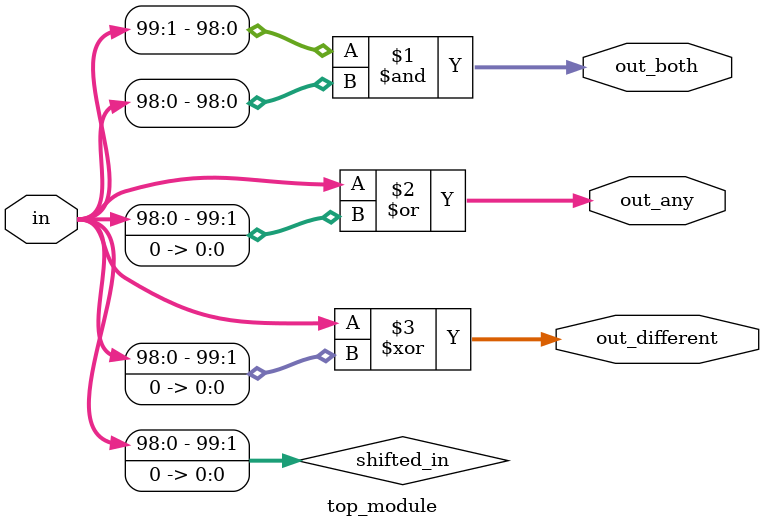
<source format=sv>
module top_module (
    input [99:0] in,
    output [98:0] out_both,
    output [99:0] out_any,
    output [99:0] out_different
);

    // Shifting the input signal to create the second input
    wire [99:0] shifted_in = {in[98:0], 1'b0};

    // Generating the out_both signal
    assign out_both = in[99:1] & shifted_in[99:1];

    // Generating the out_any signal
    assign out_any = in | shifted_in;

    // Generating the out_different signal
    assign out_different = in ^ shifted_in;

endmodule

</source>
